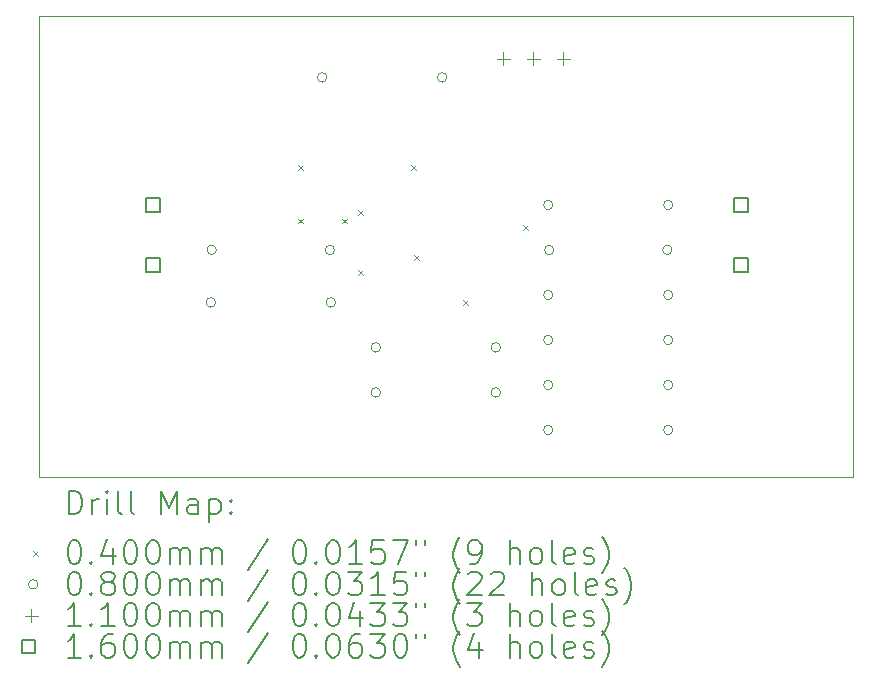
<source format=gbr>
%TF.GenerationSoftware,KiCad,Pcbnew,8.0.0*%
%TF.CreationDate,2024-03-03T11:25:23+11:00*%
%TF.ProjectId,BatteryCharger,42617474-6572-4794-9368-61726765722e,rev?*%
%TF.SameCoordinates,Original*%
%TF.FileFunction,Drillmap*%
%TF.FilePolarity,Positive*%
%FSLAX45Y45*%
G04 Gerber Fmt 4.5, Leading zero omitted, Abs format (unit mm)*
G04 Created by KiCad (PCBNEW 8.0.0) date 2024-03-03 11:25:23*
%MOMM*%
%LPD*%
G01*
G04 APERTURE LIST*
%ADD10C,0.100000*%
%ADD11C,0.200000*%
%ADD12C,0.110000*%
%ADD13C,0.160000*%
G04 APERTURE END LIST*
D10*
X9400000Y-8500000D02*
X16300000Y-8500000D01*
X16300000Y-12400000D01*
X9400000Y-12400000D01*
X9400000Y-8500000D01*
D11*
D10*
X11600500Y-9759000D02*
X11640500Y-9799000D01*
X11640500Y-9759000D02*
X11600500Y-9799000D01*
X11600500Y-10212500D02*
X11640500Y-10252500D01*
X11640500Y-10212500D02*
X11600500Y-10252500D01*
X11972500Y-10212500D02*
X12012500Y-10252500D01*
X12012500Y-10212500D02*
X11972500Y-10252500D01*
X12108500Y-10140000D02*
X12148500Y-10180000D01*
X12148500Y-10140000D02*
X12108500Y-10180000D01*
X12108500Y-10648000D02*
X12148500Y-10688000D01*
X12148500Y-10648000D02*
X12108500Y-10688000D01*
X12553000Y-9759000D02*
X12593000Y-9799000D01*
X12593000Y-9759000D02*
X12553000Y-9799000D01*
X12580000Y-10521000D02*
X12620000Y-10561000D01*
X12620000Y-10521000D02*
X12580000Y-10561000D01*
X12997500Y-10902000D02*
X13037500Y-10942000D01*
X13037500Y-10902000D02*
X12997500Y-10942000D01*
X13505500Y-10267000D02*
X13545500Y-10307000D01*
X13545500Y-10267000D02*
X13505500Y-10307000D01*
X10898500Y-10922000D02*
G75*
G02*
X10818500Y-10922000I-40000J0D01*
G01*
X10818500Y-10922000D02*
G75*
G02*
X10898500Y-10922000I40000J0D01*
G01*
X10906500Y-10477500D02*
G75*
G02*
X10826500Y-10477500I-40000J0D01*
G01*
X10826500Y-10477500D02*
G75*
G02*
X10906500Y-10477500I40000J0D01*
G01*
X11841500Y-9017000D02*
G75*
G02*
X11761500Y-9017000I-40000J0D01*
G01*
X11761500Y-9017000D02*
G75*
G02*
X11841500Y-9017000I40000J0D01*
G01*
X11906500Y-10477500D02*
G75*
G02*
X11826500Y-10477500I-40000J0D01*
G01*
X11826500Y-10477500D02*
G75*
G02*
X11906500Y-10477500I40000J0D01*
G01*
X11914500Y-10922000D02*
G75*
G02*
X11834500Y-10922000I-40000J0D01*
G01*
X11834500Y-10922000D02*
G75*
G02*
X11914500Y-10922000I40000J0D01*
G01*
X12295500Y-11303000D02*
G75*
G02*
X12215500Y-11303000I-40000J0D01*
G01*
X12215500Y-11303000D02*
G75*
G02*
X12295500Y-11303000I40000J0D01*
G01*
X12295500Y-11684000D02*
G75*
G02*
X12215500Y-11684000I-40000J0D01*
G01*
X12215500Y-11684000D02*
G75*
G02*
X12295500Y-11684000I40000J0D01*
G01*
X12857500Y-9017000D02*
G75*
G02*
X12777500Y-9017000I-40000J0D01*
G01*
X12777500Y-9017000D02*
G75*
G02*
X12857500Y-9017000I40000J0D01*
G01*
X13311500Y-11303000D02*
G75*
G02*
X13231500Y-11303000I-40000J0D01*
G01*
X13231500Y-11303000D02*
G75*
G02*
X13311500Y-11303000I40000J0D01*
G01*
X13311500Y-11684000D02*
G75*
G02*
X13231500Y-11684000I-40000J0D01*
G01*
X13231500Y-11684000D02*
G75*
G02*
X13311500Y-11684000I40000J0D01*
G01*
X13756000Y-10096500D02*
G75*
G02*
X13676000Y-10096500I-40000J0D01*
G01*
X13676000Y-10096500D02*
G75*
G02*
X13756000Y-10096500I40000J0D01*
G01*
X13756000Y-10858500D02*
G75*
G02*
X13676000Y-10858500I-40000J0D01*
G01*
X13676000Y-10858500D02*
G75*
G02*
X13756000Y-10858500I40000J0D01*
G01*
X13756000Y-11239500D02*
G75*
G02*
X13676000Y-11239500I-40000J0D01*
G01*
X13676000Y-11239500D02*
G75*
G02*
X13756000Y-11239500I40000J0D01*
G01*
X13756000Y-11620500D02*
G75*
G02*
X13676000Y-11620500I-40000J0D01*
G01*
X13676000Y-11620500D02*
G75*
G02*
X13756000Y-11620500I40000J0D01*
G01*
X13756000Y-12001500D02*
G75*
G02*
X13676000Y-12001500I-40000J0D01*
G01*
X13676000Y-12001500D02*
G75*
G02*
X13756000Y-12001500I40000J0D01*
G01*
X13764000Y-10477500D02*
G75*
G02*
X13684000Y-10477500I-40000J0D01*
G01*
X13684000Y-10477500D02*
G75*
G02*
X13764000Y-10477500I40000J0D01*
G01*
X14764000Y-10477500D02*
G75*
G02*
X14684000Y-10477500I-40000J0D01*
G01*
X14684000Y-10477500D02*
G75*
G02*
X14764000Y-10477500I40000J0D01*
G01*
X14772000Y-10096500D02*
G75*
G02*
X14692000Y-10096500I-40000J0D01*
G01*
X14692000Y-10096500D02*
G75*
G02*
X14772000Y-10096500I40000J0D01*
G01*
X14772000Y-10858500D02*
G75*
G02*
X14692000Y-10858500I-40000J0D01*
G01*
X14692000Y-10858500D02*
G75*
G02*
X14772000Y-10858500I40000J0D01*
G01*
X14772000Y-11239500D02*
G75*
G02*
X14692000Y-11239500I-40000J0D01*
G01*
X14692000Y-11239500D02*
G75*
G02*
X14772000Y-11239500I40000J0D01*
G01*
X14772000Y-11620500D02*
G75*
G02*
X14692000Y-11620500I-40000J0D01*
G01*
X14692000Y-11620500D02*
G75*
G02*
X14772000Y-11620500I40000J0D01*
G01*
X14772000Y-12001500D02*
G75*
G02*
X14692000Y-12001500I-40000J0D01*
G01*
X14692000Y-12001500D02*
G75*
G02*
X14772000Y-12001500I40000J0D01*
G01*
D12*
X13335000Y-8802500D02*
X13335000Y-8912500D01*
X13280000Y-8857500D02*
X13390000Y-8857500D01*
X13589000Y-8802500D02*
X13589000Y-8912500D01*
X13534000Y-8857500D02*
X13644000Y-8857500D01*
X13843000Y-8802500D02*
X13843000Y-8912500D01*
X13788000Y-8857500D02*
X13898000Y-8857500D01*
D13*
X10426069Y-10153069D02*
X10426069Y-10039931D01*
X10312931Y-10039931D01*
X10312931Y-10153069D01*
X10426069Y-10153069D01*
X10426069Y-10661069D02*
X10426069Y-10547931D01*
X10312931Y-10547931D01*
X10312931Y-10661069D01*
X10426069Y-10661069D01*
X15404569Y-10153069D02*
X15404569Y-10039931D01*
X15291431Y-10039931D01*
X15291431Y-10153069D01*
X15404569Y-10153069D01*
X15404569Y-10661069D02*
X15404569Y-10547931D01*
X15291431Y-10547931D01*
X15291431Y-10661069D01*
X15404569Y-10661069D01*
D11*
X9655777Y-12716484D02*
X9655777Y-12516484D01*
X9655777Y-12516484D02*
X9703396Y-12516484D01*
X9703396Y-12516484D02*
X9731967Y-12526008D01*
X9731967Y-12526008D02*
X9751015Y-12545055D01*
X9751015Y-12545055D02*
X9760539Y-12564103D01*
X9760539Y-12564103D02*
X9770063Y-12602198D01*
X9770063Y-12602198D02*
X9770063Y-12630769D01*
X9770063Y-12630769D02*
X9760539Y-12668865D01*
X9760539Y-12668865D02*
X9751015Y-12687912D01*
X9751015Y-12687912D02*
X9731967Y-12706960D01*
X9731967Y-12706960D02*
X9703396Y-12716484D01*
X9703396Y-12716484D02*
X9655777Y-12716484D01*
X9855777Y-12716484D02*
X9855777Y-12583150D01*
X9855777Y-12621246D02*
X9865301Y-12602198D01*
X9865301Y-12602198D02*
X9874824Y-12592674D01*
X9874824Y-12592674D02*
X9893872Y-12583150D01*
X9893872Y-12583150D02*
X9912920Y-12583150D01*
X9979586Y-12716484D02*
X9979586Y-12583150D01*
X9979586Y-12516484D02*
X9970063Y-12526008D01*
X9970063Y-12526008D02*
X9979586Y-12535531D01*
X9979586Y-12535531D02*
X9989110Y-12526008D01*
X9989110Y-12526008D02*
X9979586Y-12516484D01*
X9979586Y-12516484D02*
X9979586Y-12535531D01*
X10103396Y-12716484D02*
X10084348Y-12706960D01*
X10084348Y-12706960D02*
X10074824Y-12687912D01*
X10074824Y-12687912D02*
X10074824Y-12516484D01*
X10208158Y-12716484D02*
X10189110Y-12706960D01*
X10189110Y-12706960D02*
X10179586Y-12687912D01*
X10179586Y-12687912D02*
X10179586Y-12516484D01*
X10436729Y-12716484D02*
X10436729Y-12516484D01*
X10436729Y-12516484D02*
X10503396Y-12659341D01*
X10503396Y-12659341D02*
X10570063Y-12516484D01*
X10570063Y-12516484D02*
X10570063Y-12716484D01*
X10751015Y-12716484D02*
X10751015Y-12611722D01*
X10751015Y-12611722D02*
X10741491Y-12592674D01*
X10741491Y-12592674D02*
X10722444Y-12583150D01*
X10722444Y-12583150D02*
X10684348Y-12583150D01*
X10684348Y-12583150D02*
X10665301Y-12592674D01*
X10751015Y-12706960D02*
X10731967Y-12716484D01*
X10731967Y-12716484D02*
X10684348Y-12716484D01*
X10684348Y-12716484D02*
X10665301Y-12706960D01*
X10665301Y-12706960D02*
X10655777Y-12687912D01*
X10655777Y-12687912D02*
X10655777Y-12668865D01*
X10655777Y-12668865D02*
X10665301Y-12649817D01*
X10665301Y-12649817D02*
X10684348Y-12640293D01*
X10684348Y-12640293D02*
X10731967Y-12640293D01*
X10731967Y-12640293D02*
X10751015Y-12630769D01*
X10846253Y-12583150D02*
X10846253Y-12783150D01*
X10846253Y-12592674D02*
X10865301Y-12583150D01*
X10865301Y-12583150D02*
X10903396Y-12583150D01*
X10903396Y-12583150D02*
X10922444Y-12592674D01*
X10922444Y-12592674D02*
X10931967Y-12602198D01*
X10931967Y-12602198D02*
X10941491Y-12621246D01*
X10941491Y-12621246D02*
X10941491Y-12678388D01*
X10941491Y-12678388D02*
X10931967Y-12697436D01*
X10931967Y-12697436D02*
X10922444Y-12706960D01*
X10922444Y-12706960D02*
X10903396Y-12716484D01*
X10903396Y-12716484D02*
X10865301Y-12716484D01*
X10865301Y-12716484D02*
X10846253Y-12706960D01*
X11027205Y-12697436D02*
X11036729Y-12706960D01*
X11036729Y-12706960D02*
X11027205Y-12716484D01*
X11027205Y-12716484D02*
X11017682Y-12706960D01*
X11017682Y-12706960D02*
X11027205Y-12697436D01*
X11027205Y-12697436D02*
X11027205Y-12716484D01*
X11027205Y-12592674D02*
X11036729Y-12602198D01*
X11036729Y-12602198D02*
X11027205Y-12611722D01*
X11027205Y-12611722D02*
X11017682Y-12602198D01*
X11017682Y-12602198D02*
X11027205Y-12592674D01*
X11027205Y-12592674D02*
X11027205Y-12611722D01*
D10*
X9355000Y-13025000D02*
X9395000Y-13065000D01*
X9395000Y-13025000D02*
X9355000Y-13065000D01*
D11*
X9693872Y-12936484D02*
X9712920Y-12936484D01*
X9712920Y-12936484D02*
X9731967Y-12946008D01*
X9731967Y-12946008D02*
X9741491Y-12955531D01*
X9741491Y-12955531D02*
X9751015Y-12974579D01*
X9751015Y-12974579D02*
X9760539Y-13012674D01*
X9760539Y-13012674D02*
X9760539Y-13060293D01*
X9760539Y-13060293D02*
X9751015Y-13098388D01*
X9751015Y-13098388D02*
X9741491Y-13117436D01*
X9741491Y-13117436D02*
X9731967Y-13126960D01*
X9731967Y-13126960D02*
X9712920Y-13136484D01*
X9712920Y-13136484D02*
X9693872Y-13136484D01*
X9693872Y-13136484D02*
X9674824Y-13126960D01*
X9674824Y-13126960D02*
X9665301Y-13117436D01*
X9665301Y-13117436D02*
X9655777Y-13098388D01*
X9655777Y-13098388D02*
X9646253Y-13060293D01*
X9646253Y-13060293D02*
X9646253Y-13012674D01*
X9646253Y-13012674D02*
X9655777Y-12974579D01*
X9655777Y-12974579D02*
X9665301Y-12955531D01*
X9665301Y-12955531D02*
X9674824Y-12946008D01*
X9674824Y-12946008D02*
X9693872Y-12936484D01*
X9846253Y-13117436D02*
X9855777Y-13126960D01*
X9855777Y-13126960D02*
X9846253Y-13136484D01*
X9846253Y-13136484D02*
X9836729Y-13126960D01*
X9836729Y-13126960D02*
X9846253Y-13117436D01*
X9846253Y-13117436D02*
X9846253Y-13136484D01*
X10027205Y-13003150D02*
X10027205Y-13136484D01*
X9979586Y-12926960D02*
X9931967Y-13069817D01*
X9931967Y-13069817D02*
X10055777Y-13069817D01*
X10170063Y-12936484D02*
X10189110Y-12936484D01*
X10189110Y-12936484D02*
X10208158Y-12946008D01*
X10208158Y-12946008D02*
X10217682Y-12955531D01*
X10217682Y-12955531D02*
X10227205Y-12974579D01*
X10227205Y-12974579D02*
X10236729Y-13012674D01*
X10236729Y-13012674D02*
X10236729Y-13060293D01*
X10236729Y-13060293D02*
X10227205Y-13098388D01*
X10227205Y-13098388D02*
X10217682Y-13117436D01*
X10217682Y-13117436D02*
X10208158Y-13126960D01*
X10208158Y-13126960D02*
X10189110Y-13136484D01*
X10189110Y-13136484D02*
X10170063Y-13136484D01*
X10170063Y-13136484D02*
X10151015Y-13126960D01*
X10151015Y-13126960D02*
X10141491Y-13117436D01*
X10141491Y-13117436D02*
X10131967Y-13098388D01*
X10131967Y-13098388D02*
X10122444Y-13060293D01*
X10122444Y-13060293D02*
X10122444Y-13012674D01*
X10122444Y-13012674D02*
X10131967Y-12974579D01*
X10131967Y-12974579D02*
X10141491Y-12955531D01*
X10141491Y-12955531D02*
X10151015Y-12946008D01*
X10151015Y-12946008D02*
X10170063Y-12936484D01*
X10360539Y-12936484D02*
X10379586Y-12936484D01*
X10379586Y-12936484D02*
X10398634Y-12946008D01*
X10398634Y-12946008D02*
X10408158Y-12955531D01*
X10408158Y-12955531D02*
X10417682Y-12974579D01*
X10417682Y-12974579D02*
X10427205Y-13012674D01*
X10427205Y-13012674D02*
X10427205Y-13060293D01*
X10427205Y-13060293D02*
X10417682Y-13098388D01*
X10417682Y-13098388D02*
X10408158Y-13117436D01*
X10408158Y-13117436D02*
X10398634Y-13126960D01*
X10398634Y-13126960D02*
X10379586Y-13136484D01*
X10379586Y-13136484D02*
X10360539Y-13136484D01*
X10360539Y-13136484D02*
X10341491Y-13126960D01*
X10341491Y-13126960D02*
X10331967Y-13117436D01*
X10331967Y-13117436D02*
X10322444Y-13098388D01*
X10322444Y-13098388D02*
X10312920Y-13060293D01*
X10312920Y-13060293D02*
X10312920Y-13012674D01*
X10312920Y-13012674D02*
X10322444Y-12974579D01*
X10322444Y-12974579D02*
X10331967Y-12955531D01*
X10331967Y-12955531D02*
X10341491Y-12946008D01*
X10341491Y-12946008D02*
X10360539Y-12936484D01*
X10512920Y-13136484D02*
X10512920Y-13003150D01*
X10512920Y-13022198D02*
X10522444Y-13012674D01*
X10522444Y-13012674D02*
X10541491Y-13003150D01*
X10541491Y-13003150D02*
X10570063Y-13003150D01*
X10570063Y-13003150D02*
X10589110Y-13012674D01*
X10589110Y-13012674D02*
X10598634Y-13031722D01*
X10598634Y-13031722D02*
X10598634Y-13136484D01*
X10598634Y-13031722D02*
X10608158Y-13012674D01*
X10608158Y-13012674D02*
X10627205Y-13003150D01*
X10627205Y-13003150D02*
X10655777Y-13003150D01*
X10655777Y-13003150D02*
X10674825Y-13012674D01*
X10674825Y-13012674D02*
X10684348Y-13031722D01*
X10684348Y-13031722D02*
X10684348Y-13136484D01*
X10779586Y-13136484D02*
X10779586Y-13003150D01*
X10779586Y-13022198D02*
X10789110Y-13012674D01*
X10789110Y-13012674D02*
X10808158Y-13003150D01*
X10808158Y-13003150D02*
X10836729Y-13003150D01*
X10836729Y-13003150D02*
X10855777Y-13012674D01*
X10855777Y-13012674D02*
X10865301Y-13031722D01*
X10865301Y-13031722D02*
X10865301Y-13136484D01*
X10865301Y-13031722D02*
X10874825Y-13012674D01*
X10874825Y-13012674D02*
X10893872Y-13003150D01*
X10893872Y-13003150D02*
X10922444Y-13003150D01*
X10922444Y-13003150D02*
X10941491Y-13012674D01*
X10941491Y-13012674D02*
X10951015Y-13031722D01*
X10951015Y-13031722D02*
X10951015Y-13136484D01*
X11341491Y-12926960D02*
X11170063Y-13184103D01*
X11598634Y-12936484D02*
X11617682Y-12936484D01*
X11617682Y-12936484D02*
X11636729Y-12946008D01*
X11636729Y-12946008D02*
X11646253Y-12955531D01*
X11646253Y-12955531D02*
X11655777Y-12974579D01*
X11655777Y-12974579D02*
X11665301Y-13012674D01*
X11665301Y-13012674D02*
X11665301Y-13060293D01*
X11665301Y-13060293D02*
X11655777Y-13098388D01*
X11655777Y-13098388D02*
X11646253Y-13117436D01*
X11646253Y-13117436D02*
X11636729Y-13126960D01*
X11636729Y-13126960D02*
X11617682Y-13136484D01*
X11617682Y-13136484D02*
X11598634Y-13136484D01*
X11598634Y-13136484D02*
X11579586Y-13126960D01*
X11579586Y-13126960D02*
X11570063Y-13117436D01*
X11570063Y-13117436D02*
X11560539Y-13098388D01*
X11560539Y-13098388D02*
X11551015Y-13060293D01*
X11551015Y-13060293D02*
X11551015Y-13012674D01*
X11551015Y-13012674D02*
X11560539Y-12974579D01*
X11560539Y-12974579D02*
X11570063Y-12955531D01*
X11570063Y-12955531D02*
X11579586Y-12946008D01*
X11579586Y-12946008D02*
X11598634Y-12936484D01*
X11751015Y-13117436D02*
X11760539Y-13126960D01*
X11760539Y-13126960D02*
X11751015Y-13136484D01*
X11751015Y-13136484D02*
X11741491Y-13126960D01*
X11741491Y-13126960D02*
X11751015Y-13117436D01*
X11751015Y-13117436D02*
X11751015Y-13136484D01*
X11884348Y-12936484D02*
X11903396Y-12936484D01*
X11903396Y-12936484D02*
X11922444Y-12946008D01*
X11922444Y-12946008D02*
X11931967Y-12955531D01*
X11931967Y-12955531D02*
X11941491Y-12974579D01*
X11941491Y-12974579D02*
X11951015Y-13012674D01*
X11951015Y-13012674D02*
X11951015Y-13060293D01*
X11951015Y-13060293D02*
X11941491Y-13098388D01*
X11941491Y-13098388D02*
X11931967Y-13117436D01*
X11931967Y-13117436D02*
X11922444Y-13126960D01*
X11922444Y-13126960D02*
X11903396Y-13136484D01*
X11903396Y-13136484D02*
X11884348Y-13136484D01*
X11884348Y-13136484D02*
X11865301Y-13126960D01*
X11865301Y-13126960D02*
X11855777Y-13117436D01*
X11855777Y-13117436D02*
X11846253Y-13098388D01*
X11846253Y-13098388D02*
X11836729Y-13060293D01*
X11836729Y-13060293D02*
X11836729Y-13012674D01*
X11836729Y-13012674D02*
X11846253Y-12974579D01*
X11846253Y-12974579D02*
X11855777Y-12955531D01*
X11855777Y-12955531D02*
X11865301Y-12946008D01*
X11865301Y-12946008D02*
X11884348Y-12936484D01*
X12141491Y-13136484D02*
X12027206Y-13136484D01*
X12084348Y-13136484D02*
X12084348Y-12936484D01*
X12084348Y-12936484D02*
X12065301Y-12965055D01*
X12065301Y-12965055D02*
X12046253Y-12984103D01*
X12046253Y-12984103D02*
X12027206Y-12993627D01*
X12322444Y-12936484D02*
X12227206Y-12936484D01*
X12227206Y-12936484D02*
X12217682Y-13031722D01*
X12217682Y-13031722D02*
X12227206Y-13022198D01*
X12227206Y-13022198D02*
X12246253Y-13012674D01*
X12246253Y-13012674D02*
X12293872Y-13012674D01*
X12293872Y-13012674D02*
X12312920Y-13022198D01*
X12312920Y-13022198D02*
X12322444Y-13031722D01*
X12322444Y-13031722D02*
X12331967Y-13050769D01*
X12331967Y-13050769D02*
X12331967Y-13098388D01*
X12331967Y-13098388D02*
X12322444Y-13117436D01*
X12322444Y-13117436D02*
X12312920Y-13126960D01*
X12312920Y-13126960D02*
X12293872Y-13136484D01*
X12293872Y-13136484D02*
X12246253Y-13136484D01*
X12246253Y-13136484D02*
X12227206Y-13126960D01*
X12227206Y-13126960D02*
X12217682Y-13117436D01*
X12398634Y-12936484D02*
X12531967Y-12936484D01*
X12531967Y-12936484D02*
X12446253Y-13136484D01*
X12598634Y-12936484D02*
X12598634Y-12974579D01*
X12674825Y-12936484D02*
X12674825Y-12974579D01*
X12970063Y-13212674D02*
X12960539Y-13203150D01*
X12960539Y-13203150D02*
X12941491Y-13174579D01*
X12941491Y-13174579D02*
X12931968Y-13155531D01*
X12931968Y-13155531D02*
X12922444Y-13126960D01*
X12922444Y-13126960D02*
X12912920Y-13079341D01*
X12912920Y-13079341D02*
X12912920Y-13041246D01*
X12912920Y-13041246D02*
X12922444Y-12993627D01*
X12922444Y-12993627D02*
X12931968Y-12965055D01*
X12931968Y-12965055D02*
X12941491Y-12946008D01*
X12941491Y-12946008D02*
X12960539Y-12917436D01*
X12960539Y-12917436D02*
X12970063Y-12907912D01*
X13055777Y-13136484D02*
X13093872Y-13136484D01*
X13093872Y-13136484D02*
X13112920Y-13126960D01*
X13112920Y-13126960D02*
X13122444Y-13117436D01*
X13122444Y-13117436D02*
X13141491Y-13088865D01*
X13141491Y-13088865D02*
X13151015Y-13050769D01*
X13151015Y-13050769D02*
X13151015Y-12974579D01*
X13151015Y-12974579D02*
X13141491Y-12955531D01*
X13141491Y-12955531D02*
X13131968Y-12946008D01*
X13131968Y-12946008D02*
X13112920Y-12936484D01*
X13112920Y-12936484D02*
X13074825Y-12936484D01*
X13074825Y-12936484D02*
X13055777Y-12946008D01*
X13055777Y-12946008D02*
X13046253Y-12955531D01*
X13046253Y-12955531D02*
X13036729Y-12974579D01*
X13036729Y-12974579D02*
X13036729Y-13022198D01*
X13036729Y-13022198D02*
X13046253Y-13041246D01*
X13046253Y-13041246D02*
X13055777Y-13050769D01*
X13055777Y-13050769D02*
X13074825Y-13060293D01*
X13074825Y-13060293D02*
X13112920Y-13060293D01*
X13112920Y-13060293D02*
X13131968Y-13050769D01*
X13131968Y-13050769D02*
X13141491Y-13041246D01*
X13141491Y-13041246D02*
X13151015Y-13022198D01*
X13389110Y-13136484D02*
X13389110Y-12936484D01*
X13474825Y-13136484D02*
X13474825Y-13031722D01*
X13474825Y-13031722D02*
X13465301Y-13012674D01*
X13465301Y-13012674D02*
X13446253Y-13003150D01*
X13446253Y-13003150D02*
X13417682Y-13003150D01*
X13417682Y-13003150D02*
X13398634Y-13012674D01*
X13398634Y-13012674D02*
X13389110Y-13022198D01*
X13598634Y-13136484D02*
X13579587Y-13126960D01*
X13579587Y-13126960D02*
X13570063Y-13117436D01*
X13570063Y-13117436D02*
X13560539Y-13098388D01*
X13560539Y-13098388D02*
X13560539Y-13041246D01*
X13560539Y-13041246D02*
X13570063Y-13022198D01*
X13570063Y-13022198D02*
X13579587Y-13012674D01*
X13579587Y-13012674D02*
X13598634Y-13003150D01*
X13598634Y-13003150D02*
X13627206Y-13003150D01*
X13627206Y-13003150D02*
X13646253Y-13012674D01*
X13646253Y-13012674D02*
X13655777Y-13022198D01*
X13655777Y-13022198D02*
X13665301Y-13041246D01*
X13665301Y-13041246D02*
X13665301Y-13098388D01*
X13665301Y-13098388D02*
X13655777Y-13117436D01*
X13655777Y-13117436D02*
X13646253Y-13126960D01*
X13646253Y-13126960D02*
X13627206Y-13136484D01*
X13627206Y-13136484D02*
X13598634Y-13136484D01*
X13779587Y-13136484D02*
X13760539Y-13126960D01*
X13760539Y-13126960D02*
X13751015Y-13107912D01*
X13751015Y-13107912D02*
X13751015Y-12936484D01*
X13931968Y-13126960D02*
X13912920Y-13136484D01*
X13912920Y-13136484D02*
X13874825Y-13136484D01*
X13874825Y-13136484D02*
X13855777Y-13126960D01*
X13855777Y-13126960D02*
X13846253Y-13107912D01*
X13846253Y-13107912D02*
X13846253Y-13031722D01*
X13846253Y-13031722D02*
X13855777Y-13012674D01*
X13855777Y-13012674D02*
X13874825Y-13003150D01*
X13874825Y-13003150D02*
X13912920Y-13003150D01*
X13912920Y-13003150D02*
X13931968Y-13012674D01*
X13931968Y-13012674D02*
X13941491Y-13031722D01*
X13941491Y-13031722D02*
X13941491Y-13050769D01*
X13941491Y-13050769D02*
X13846253Y-13069817D01*
X14017682Y-13126960D02*
X14036730Y-13136484D01*
X14036730Y-13136484D02*
X14074825Y-13136484D01*
X14074825Y-13136484D02*
X14093872Y-13126960D01*
X14093872Y-13126960D02*
X14103396Y-13107912D01*
X14103396Y-13107912D02*
X14103396Y-13098388D01*
X14103396Y-13098388D02*
X14093872Y-13079341D01*
X14093872Y-13079341D02*
X14074825Y-13069817D01*
X14074825Y-13069817D02*
X14046253Y-13069817D01*
X14046253Y-13069817D02*
X14027206Y-13060293D01*
X14027206Y-13060293D02*
X14017682Y-13041246D01*
X14017682Y-13041246D02*
X14017682Y-13031722D01*
X14017682Y-13031722D02*
X14027206Y-13012674D01*
X14027206Y-13012674D02*
X14046253Y-13003150D01*
X14046253Y-13003150D02*
X14074825Y-13003150D01*
X14074825Y-13003150D02*
X14093872Y-13012674D01*
X14170063Y-13212674D02*
X14179587Y-13203150D01*
X14179587Y-13203150D02*
X14198634Y-13174579D01*
X14198634Y-13174579D02*
X14208158Y-13155531D01*
X14208158Y-13155531D02*
X14217682Y-13126960D01*
X14217682Y-13126960D02*
X14227206Y-13079341D01*
X14227206Y-13079341D02*
X14227206Y-13041246D01*
X14227206Y-13041246D02*
X14217682Y-12993627D01*
X14217682Y-12993627D02*
X14208158Y-12965055D01*
X14208158Y-12965055D02*
X14198634Y-12946008D01*
X14198634Y-12946008D02*
X14179587Y-12917436D01*
X14179587Y-12917436D02*
X14170063Y-12907912D01*
D10*
X9395000Y-13309000D02*
G75*
G02*
X9315000Y-13309000I-40000J0D01*
G01*
X9315000Y-13309000D02*
G75*
G02*
X9395000Y-13309000I40000J0D01*
G01*
D11*
X9693872Y-13200484D02*
X9712920Y-13200484D01*
X9712920Y-13200484D02*
X9731967Y-13210008D01*
X9731967Y-13210008D02*
X9741491Y-13219531D01*
X9741491Y-13219531D02*
X9751015Y-13238579D01*
X9751015Y-13238579D02*
X9760539Y-13276674D01*
X9760539Y-13276674D02*
X9760539Y-13324293D01*
X9760539Y-13324293D02*
X9751015Y-13362388D01*
X9751015Y-13362388D02*
X9741491Y-13381436D01*
X9741491Y-13381436D02*
X9731967Y-13390960D01*
X9731967Y-13390960D02*
X9712920Y-13400484D01*
X9712920Y-13400484D02*
X9693872Y-13400484D01*
X9693872Y-13400484D02*
X9674824Y-13390960D01*
X9674824Y-13390960D02*
X9665301Y-13381436D01*
X9665301Y-13381436D02*
X9655777Y-13362388D01*
X9655777Y-13362388D02*
X9646253Y-13324293D01*
X9646253Y-13324293D02*
X9646253Y-13276674D01*
X9646253Y-13276674D02*
X9655777Y-13238579D01*
X9655777Y-13238579D02*
X9665301Y-13219531D01*
X9665301Y-13219531D02*
X9674824Y-13210008D01*
X9674824Y-13210008D02*
X9693872Y-13200484D01*
X9846253Y-13381436D02*
X9855777Y-13390960D01*
X9855777Y-13390960D02*
X9846253Y-13400484D01*
X9846253Y-13400484D02*
X9836729Y-13390960D01*
X9836729Y-13390960D02*
X9846253Y-13381436D01*
X9846253Y-13381436D02*
X9846253Y-13400484D01*
X9970063Y-13286198D02*
X9951015Y-13276674D01*
X9951015Y-13276674D02*
X9941491Y-13267150D01*
X9941491Y-13267150D02*
X9931967Y-13248103D01*
X9931967Y-13248103D02*
X9931967Y-13238579D01*
X9931967Y-13238579D02*
X9941491Y-13219531D01*
X9941491Y-13219531D02*
X9951015Y-13210008D01*
X9951015Y-13210008D02*
X9970063Y-13200484D01*
X9970063Y-13200484D02*
X10008158Y-13200484D01*
X10008158Y-13200484D02*
X10027205Y-13210008D01*
X10027205Y-13210008D02*
X10036729Y-13219531D01*
X10036729Y-13219531D02*
X10046253Y-13238579D01*
X10046253Y-13238579D02*
X10046253Y-13248103D01*
X10046253Y-13248103D02*
X10036729Y-13267150D01*
X10036729Y-13267150D02*
X10027205Y-13276674D01*
X10027205Y-13276674D02*
X10008158Y-13286198D01*
X10008158Y-13286198D02*
X9970063Y-13286198D01*
X9970063Y-13286198D02*
X9951015Y-13295722D01*
X9951015Y-13295722D02*
X9941491Y-13305246D01*
X9941491Y-13305246D02*
X9931967Y-13324293D01*
X9931967Y-13324293D02*
X9931967Y-13362388D01*
X9931967Y-13362388D02*
X9941491Y-13381436D01*
X9941491Y-13381436D02*
X9951015Y-13390960D01*
X9951015Y-13390960D02*
X9970063Y-13400484D01*
X9970063Y-13400484D02*
X10008158Y-13400484D01*
X10008158Y-13400484D02*
X10027205Y-13390960D01*
X10027205Y-13390960D02*
X10036729Y-13381436D01*
X10036729Y-13381436D02*
X10046253Y-13362388D01*
X10046253Y-13362388D02*
X10046253Y-13324293D01*
X10046253Y-13324293D02*
X10036729Y-13305246D01*
X10036729Y-13305246D02*
X10027205Y-13295722D01*
X10027205Y-13295722D02*
X10008158Y-13286198D01*
X10170063Y-13200484D02*
X10189110Y-13200484D01*
X10189110Y-13200484D02*
X10208158Y-13210008D01*
X10208158Y-13210008D02*
X10217682Y-13219531D01*
X10217682Y-13219531D02*
X10227205Y-13238579D01*
X10227205Y-13238579D02*
X10236729Y-13276674D01*
X10236729Y-13276674D02*
X10236729Y-13324293D01*
X10236729Y-13324293D02*
X10227205Y-13362388D01*
X10227205Y-13362388D02*
X10217682Y-13381436D01*
X10217682Y-13381436D02*
X10208158Y-13390960D01*
X10208158Y-13390960D02*
X10189110Y-13400484D01*
X10189110Y-13400484D02*
X10170063Y-13400484D01*
X10170063Y-13400484D02*
X10151015Y-13390960D01*
X10151015Y-13390960D02*
X10141491Y-13381436D01*
X10141491Y-13381436D02*
X10131967Y-13362388D01*
X10131967Y-13362388D02*
X10122444Y-13324293D01*
X10122444Y-13324293D02*
X10122444Y-13276674D01*
X10122444Y-13276674D02*
X10131967Y-13238579D01*
X10131967Y-13238579D02*
X10141491Y-13219531D01*
X10141491Y-13219531D02*
X10151015Y-13210008D01*
X10151015Y-13210008D02*
X10170063Y-13200484D01*
X10360539Y-13200484D02*
X10379586Y-13200484D01*
X10379586Y-13200484D02*
X10398634Y-13210008D01*
X10398634Y-13210008D02*
X10408158Y-13219531D01*
X10408158Y-13219531D02*
X10417682Y-13238579D01*
X10417682Y-13238579D02*
X10427205Y-13276674D01*
X10427205Y-13276674D02*
X10427205Y-13324293D01*
X10427205Y-13324293D02*
X10417682Y-13362388D01*
X10417682Y-13362388D02*
X10408158Y-13381436D01*
X10408158Y-13381436D02*
X10398634Y-13390960D01*
X10398634Y-13390960D02*
X10379586Y-13400484D01*
X10379586Y-13400484D02*
X10360539Y-13400484D01*
X10360539Y-13400484D02*
X10341491Y-13390960D01*
X10341491Y-13390960D02*
X10331967Y-13381436D01*
X10331967Y-13381436D02*
X10322444Y-13362388D01*
X10322444Y-13362388D02*
X10312920Y-13324293D01*
X10312920Y-13324293D02*
X10312920Y-13276674D01*
X10312920Y-13276674D02*
X10322444Y-13238579D01*
X10322444Y-13238579D02*
X10331967Y-13219531D01*
X10331967Y-13219531D02*
X10341491Y-13210008D01*
X10341491Y-13210008D02*
X10360539Y-13200484D01*
X10512920Y-13400484D02*
X10512920Y-13267150D01*
X10512920Y-13286198D02*
X10522444Y-13276674D01*
X10522444Y-13276674D02*
X10541491Y-13267150D01*
X10541491Y-13267150D02*
X10570063Y-13267150D01*
X10570063Y-13267150D02*
X10589110Y-13276674D01*
X10589110Y-13276674D02*
X10598634Y-13295722D01*
X10598634Y-13295722D02*
X10598634Y-13400484D01*
X10598634Y-13295722D02*
X10608158Y-13276674D01*
X10608158Y-13276674D02*
X10627205Y-13267150D01*
X10627205Y-13267150D02*
X10655777Y-13267150D01*
X10655777Y-13267150D02*
X10674825Y-13276674D01*
X10674825Y-13276674D02*
X10684348Y-13295722D01*
X10684348Y-13295722D02*
X10684348Y-13400484D01*
X10779586Y-13400484D02*
X10779586Y-13267150D01*
X10779586Y-13286198D02*
X10789110Y-13276674D01*
X10789110Y-13276674D02*
X10808158Y-13267150D01*
X10808158Y-13267150D02*
X10836729Y-13267150D01*
X10836729Y-13267150D02*
X10855777Y-13276674D01*
X10855777Y-13276674D02*
X10865301Y-13295722D01*
X10865301Y-13295722D02*
X10865301Y-13400484D01*
X10865301Y-13295722D02*
X10874825Y-13276674D01*
X10874825Y-13276674D02*
X10893872Y-13267150D01*
X10893872Y-13267150D02*
X10922444Y-13267150D01*
X10922444Y-13267150D02*
X10941491Y-13276674D01*
X10941491Y-13276674D02*
X10951015Y-13295722D01*
X10951015Y-13295722D02*
X10951015Y-13400484D01*
X11341491Y-13190960D02*
X11170063Y-13448103D01*
X11598634Y-13200484D02*
X11617682Y-13200484D01*
X11617682Y-13200484D02*
X11636729Y-13210008D01*
X11636729Y-13210008D02*
X11646253Y-13219531D01*
X11646253Y-13219531D02*
X11655777Y-13238579D01*
X11655777Y-13238579D02*
X11665301Y-13276674D01*
X11665301Y-13276674D02*
X11665301Y-13324293D01*
X11665301Y-13324293D02*
X11655777Y-13362388D01*
X11655777Y-13362388D02*
X11646253Y-13381436D01*
X11646253Y-13381436D02*
X11636729Y-13390960D01*
X11636729Y-13390960D02*
X11617682Y-13400484D01*
X11617682Y-13400484D02*
X11598634Y-13400484D01*
X11598634Y-13400484D02*
X11579586Y-13390960D01*
X11579586Y-13390960D02*
X11570063Y-13381436D01*
X11570063Y-13381436D02*
X11560539Y-13362388D01*
X11560539Y-13362388D02*
X11551015Y-13324293D01*
X11551015Y-13324293D02*
X11551015Y-13276674D01*
X11551015Y-13276674D02*
X11560539Y-13238579D01*
X11560539Y-13238579D02*
X11570063Y-13219531D01*
X11570063Y-13219531D02*
X11579586Y-13210008D01*
X11579586Y-13210008D02*
X11598634Y-13200484D01*
X11751015Y-13381436D02*
X11760539Y-13390960D01*
X11760539Y-13390960D02*
X11751015Y-13400484D01*
X11751015Y-13400484D02*
X11741491Y-13390960D01*
X11741491Y-13390960D02*
X11751015Y-13381436D01*
X11751015Y-13381436D02*
X11751015Y-13400484D01*
X11884348Y-13200484D02*
X11903396Y-13200484D01*
X11903396Y-13200484D02*
X11922444Y-13210008D01*
X11922444Y-13210008D02*
X11931967Y-13219531D01*
X11931967Y-13219531D02*
X11941491Y-13238579D01*
X11941491Y-13238579D02*
X11951015Y-13276674D01*
X11951015Y-13276674D02*
X11951015Y-13324293D01*
X11951015Y-13324293D02*
X11941491Y-13362388D01*
X11941491Y-13362388D02*
X11931967Y-13381436D01*
X11931967Y-13381436D02*
X11922444Y-13390960D01*
X11922444Y-13390960D02*
X11903396Y-13400484D01*
X11903396Y-13400484D02*
X11884348Y-13400484D01*
X11884348Y-13400484D02*
X11865301Y-13390960D01*
X11865301Y-13390960D02*
X11855777Y-13381436D01*
X11855777Y-13381436D02*
X11846253Y-13362388D01*
X11846253Y-13362388D02*
X11836729Y-13324293D01*
X11836729Y-13324293D02*
X11836729Y-13276674D01*
X11836729Y-13276674D02*
X11846253Y-13238579D01*
X11846253Y-13238579D02*
X11855777Y-13219531D01*
X11855777Y-13219531D02*
X11865301Y-13210008D01*
X11865301Y-13210008D02*
X11884348Y-13200484D01*
X12017682Y-13200484D02*
X12141491Y-13200484D01*
X12141491Y-13200484D02*
X12074825Y-13276674D01*
X12074825Y-13276674D02*
X12103396Y-13276674D01*
X12103396Y-13276674D02*
X12122444Y-13286198D01*
X12122444Y-13286198D02*
X12131967Y-13295722D01*
X12131967Y-13295722D02*
X12141491Y-13314769D01*
X12141491Y-13314769D02*
X12141491Y-13362388D01*
X12141491Y-13362388D02*
X12131967Y-13381436D01*
X12131967Y-13381436D02*
X12122444Y-13390960D01*
X12122444Y-13390960D02*
X12103396Y-13400484D01*
X12103396Y-13400484D02*
X12046253Y-13400484D01*
X12046253Y-13400484D02*
X12027206Y-13390960D01*
X12027206Y-13390960D02*
X12017682Y-13381436D01*
X12331967Y-13400484D02*
X12217682Y-13400484D01*
X12274825Y-13400484D02*
X12274825Y-13200484D01*
X12274825Y-13200484D02*
X12255777Y-13229055D01*
X12255777Y-13229055D02*
X12236729Y-13248103D01*
X12236729Y-13248103D02*
X12217682Y-13257627D01*
X12512920Y-13200484D02*
X12417682Y-13200484D01*
X12417682Y-13200484D02*
X12408158Y-13295722D01*
X12408158Y-13295722D02*
X12417682Y-13286198D01*
X12417682Y-13286198D02*
X12436729Y-13276674D01*
X12436729Y-13276674D02*
X12484348Y-13276674D01*
X12484348Y-13276674D02*
X12503396Y-13286198D01*
X12503396Y-13286198D02*
X12512920Y-13295722D01*
X12512920Y-13295722D02*
X12522444Y-13314769D01*
X12522444Y-13314769D02*
X12522444Y-13362388D01*
X12522444Y-13362388D02*
X12512920Y-13381436D01*
X12512920Y-13381436D02*
X12503396Y-13390960D01*
X12503396Y-13390960D02*
X12484348Y-13400484D01*
X12484348Y-13400484D02*
X12436729Y-13400484D01*
X12436729Y-13400484D02*
X12417682Y-13390960D01*
X12417682Y-13390960D02*
X12408158Y-13381436D01*
X12598634Y-13200484D02*
X12598634Y-13238579D01*
X12674825Y-13200484D02*
X12674825Y-13238579D01*
X12970063Y-13476674D02*
X12960539Y-13467150D01*
X12960539Y-13467150D02*
X12941491Y-13438579D01*
X12941491Y-13438579D02*
X12931968Y-13419531D01*
X12931968Y-13419531D02*
X12922444Y-13390960D01*
X12922444Y-13390960D02*
X12912920Y-13343341D01*
X12912920Y-13343341D02*
X12912920Y-13305246D01*
X12912920Y-13305246D02*
X12922444Y-13257627D01*
X12922444Y-13257627D02*
X12931968Y-13229055D01*
X12931968Y-13229055D02*
X12941491Y-13210008D01*
X12941491Y-13210008D02*
X12960539Y-13181436D01*
X12960539Y-13181436D02*
X12970063Y-13171912D01*
X13036729Y-13219531D02*
X13046253Y-13210008D01*
X13046253Y-13210008D02*
X13065301Y-13200484D01*
X13065301Y-13200484D02*
X13112920Y-13200484D01*
X13112920Y-13200484D02*
X13131968Y-13210008D01*
X13131968Y-13210008D02*
X13141491Y-13219531D01*
X13141491Y-13219531D02*
X13151015Y-13238579D01*
X13151015Y-13238579D02*
X13151015Y-13257627D01*
X13151015Y-13257627D02*
X13141491Y-13286198D01*
X13141491Y-13286198D02*
X13027206Y-13400484D01*
X13027206Y-13400484D02*
X13151015Y-13400484D01*
X13227206Y-13219531D02*
X13236729Y-13210008D01*
X13236729Y-13210008D02*
X13255777Y-13200484D01*
X13255777Y-13200484D02*
X13303396Y-13200484D01*
X13303396Y-13200484D02*
X13322444Y-13210008D01*
X13322444Y-13210008D02*
X13331968Y-13219531D01*
X13331968Y-13219531D02*
X13341491Y-13238579D01*
X13341491Y-13238579D02*
X13341491Y-13257627D01*
X13341491Y-13257627D02*
X13331968Y-13286198D01*
X13331968Y-13286198D02*
X13217682Y-13400484D01*
X13217682Y-13400484D02*
X13341491Y-13400484D01*
X13579587Y-13400484D02*
X13579587Y-13200484D01*
X13665301Y-13400484D02*
X13665301Y-13295722D01*
X13665301Y-13295722D02*
X13655777Y-13276674D01*
X13655777Y-13276674D02*
X13636730Y-13267150D01*
X13636730Y-13267150D02*
X13608158Y-13267150D01*
X13608158Y-13267150D02*
X13589110Y-13276674D01*
X13589110Y-13276674D02*
X13579587Y-13286198D01*
X13789110Y-13400484D02*
X13770063Y-13390960D01*
X13770063Y-13390960D02*
X13760539Y-13381436D01*
X13760539Y-13381436D02*
X13751015Y-13362388D01*
X13751015Y-13362388D02*
X13751015Y-13305246D01*
X13751015Y-13305246D02*
X13760539Y-13286198D01*
X13760539Y-13286198D02*
X13770063Y-13276674D01*
X13770063Y-13276674D02*
X13789110Y-13267150D01*
X13789110Y-13267150D02*
X13817682Y-13267150D01*
X13817682Y-13267150D02*
X13836730Y-13276674D01*
X13836730Y-13276674D02*
X13846253Y-13286198D01*
X13846253Y-13286198D02*
X13855777Y-13305246D01*
X13855777Y-13305246D02*
X13855777Y-13362388D01*
X13855777Y-13362388D02*
X13846253Y-13381436D01*
X13846253Y-13381436D02*
X13836730Y-13390960D01*
X13836730Y-13390960D02*
X13817682Y-13400484D01*
X13817682Y-13400484D02*
X13789110Y-13400484D01*
X13970063Y-13400484D02*
X13951015Y-13390960D01*
X13951015Y-13390960D02*
X13941491Y-13371912D01*
X13941491Y-13371912D02*
X13941491Y-13200484D01*
X14122444Y-13390960D02*
X14103396Y-13400484D01*
X14103396Y-13400484D02*
X14065301Y-13400484D01*
X14065301Y-13400484D02*
X14046253Y-13390960D01*
X14046253Y-13390960D02*
X14036730Y-13371912D01*
X14036730Y-13371912D02*
X14036730Y-13295722D01*
X14036730Y-13295722D02*
X14046253Y-13276674D01*
X14046253Y-13276674D02*
X14065301Y-13267150D01*
X14065301Y-13267150D02*
X14103396Y-13267150D01*
X14103396Y-13267150D02*
X14122444Y-13276674D01*
X14122444Y-13276674D02*
X14131968Y-13295722D01*
X14131968Y-13295722D02*
X14131968Y-13314769D01*
X14131968Y-13314769D02*
X14036730Y-13333817D01*
X14208158Y-13390960D02*
X14227206Y-13400484D01*
X14227206Y-13400484D02*
X14265301Y-13400484D01*
X14265301Y-13400484D02*
X14284349Y-13390960D01*
X14284349Y-13390960D02*
X14293872Y-13371912D01*
X14293872Y-13371912D02*
X14293872Y-13362388D01*
X14293872Y-13362388D02*
X14284349Y-13343341D01*
X14284349Y-13343341D02*
X14265301Y-13333817D01*
X14265301Y-13333817D02*
X14236730Y-13333817D01*
X14236730Y-13333817D02*
X14217682Y-13324293D01*
X14217682Y-13324293D02*
X14208158Y-13305246D01*
X14208158Y-13305246D02*
X14208158Y-13295722D01*
X14208158Y-13295722D02*
X14217682Y-13276674D01*
X14217682Y-13276674D02*
X14236730Y-13267150D01*
X14236730Y-13267150D02*
X14265301Y-13267150D01*
X14265301Y-13267150D02*
X14284349Y-13276674D01*
X14360539Y-13476674D02*
X14370063Y-13467150D01*
X14370063Y-13467150D02*
X14389111Y-13438579D01*
X14389111Y-13438579D02*
X14398634Y-13419531D01*
X14398634Y-13419531D02*
X14408158Y-13390960D01*
X14408158Y-13390960D02*
X14417682Y-13343341D01*
X14417682Y-13343341D02*
X14417682Y-13305246D01*
X14417682Y-13305246D02*
X14408158Y-13257627D01*
X14408158Y-13257627D02*
X14398634Y-13229055D01*
X14398634Y-13229055D02*
X14389111Y-13210008D01*
X14389111Y-13210008D02*
X14370063Y-13181436D01*
X14370063Y-13181436D02*
X14360539Y-13171912D01*
D12*
X9340000Y-13518000D02*
X9340000Y-13628000D01*
X9285000Y-13573000D02*
X9395000Y-13573000D01*
D11*
X9760539Y-13664484D02*
X9646253Y-13664484D01*
X9703396Y-13664484D02*
X9703396Y-13464484D01*
X9703396Y-13464484D02*
X9684348Y-13493055D01*
X9684348Y-13493055D02*
X9665301Y-13512103D01*
X9665301Y-13512103D02*
X9646253Y-13521627D01*
X9846253Y-13645436D02*
X9855777Y-13654960D01*
X9855777Y-13654960D02*
X9846253Y-13664484D01*
X9846253Y-13664484D02*
X9836729Y-13654960D01*
X9836729Y-13654960D02*
X9846253Y-13645436D01*
X9846253Y-13645436D02*
X9846253Y-13664484D01*
X10046253Y-13664484D02*
X9931967Y-13664484D01*
X9989110Y-13664484D02*
X9989110Y-13464484D01*
X9989110Y-13464484D02*
X9970063Y-13493055D01*
X9970063Y-13493055D02*
X9951015Y-13512103D01*
X9951015Y-13512103D02*
X9931967Y-13521627D01*
X10170063Y-13464484D02*
X10189110Y-13464484D01*
X10189110Y-13464484D02*
X10208158Y-13474008D01*
X10208158Y-13474008D02*
X10217682Y-13483531D01*
X10217682Y-13483531D02*
X10227205Y-13502579D01*
X10227205Y-13502579D02*
X10236729Y-13540674D01*
X10236729Y-13540674D02*
X10236729Y-13588293D01*
X10236729Y-13588293D02*
X10227205Y-13626388D01*
X10227205Y-13626388D02*
X10217682Y-13645436D01*
X10217682Y-13645436D02*
X10208158Y-13654960D01*
X10208158Y-13654960D02*
X10189110Y-13664484D01*
X10189110Y-13664484D02*
X10170063Y-13664484D01*
X10170063Y-13664484D02*
X10151015Y-13654960D01*
X10151015Y-13654960D02*
X10141491Y-13645436D01*
X10141491Y-13645436D02*
X10131967Y-13626388D01*
X10131967Y-13626388D02*
X10122444Y-13588293D01*
X10122444Y-13588293D02*
X10122444Y-13540674D01*
X10122444Y-13540674D02*
X10131967Y-13502579D01*
X10131967Y-13502579D02*
X10141491Y-13483531D01*
X10141491Y-13483531D02*
X10151015Y-13474008D01*
X10151015Y-13474008D02*
X10170063Y-13464484D01*
X10360539Y-13464484D02*
X10379586Y-13464484D01*
X10379586Y-13464484D02*
X10398634Y-13474008D01*
X10398634Y-13474008D02*
X10408158Y-13483531D01*
X10408158Y-13483531D02*
X10417682Y-13502579D01*
X10417682Y-13502579D02*
X10427205Y-13540674D01*
X10427205Y-13540674D02*
X10427205Y-13588293D01*
X10427205Y-13588293D02*
X10417682Y-13626388D01*
X10417682Y-13626388D02*
X10408158Y-13645436D01*
X10408158Y-13645436D02*
X10398634Y-13654960D01*
X10398634Y-13654960D02*
X10379586Y-13664484D01*
X10379586Y-13664484D02*
X10360539Y-13664484D01*
X10360539Y-13664484D02*
X10341491Y-13654960D01*
X10341491Y-13654960D02*
X10331967Y-13645436D01*
X10331967Y-13645436D02*
X10322444Y-13626388D01*
X10322444Y-13626388D02*
X10312920Y-13588293D01*
X10312920Y-13588293D02*
X10312920Y-13540674D01*
X10312920Y-13540674D02*
X10322444Y-13502579D01*
X10322444Y-13502579D02*
X10331967Y-13483531D01*
X10331967Y-13483531D02*
X10341491Y-13474008D01*
X10341491Y-13474008D02*
X10360539Y-13464484D01*
X10512920Y-13664484D02*
X10512920Y-13531150D01*
X10512920Y-13550198D02*
X10522444Y-13540674D01*
X10522444Y-13540674D02*
X10541491Y-13531150D01*
X10541491Y-13531150D02*
X10570063Y-13531150D01*
X10570063Y-13531150D02*
X10589110Y-13540674D01*
X10589110Y-13540674D02*
X10598634Y-13559722D01*
X10598634Y-13559722D02*
X10598634Y-13664484D01*
X10598634Y-13559722D02*
X10608158Y-13540674D01*
X10608158Y-13540674D02*
X10627205Y-13531150D01*
X10627205Y-13531150D02*
X10655777Y-13531150D01*
X10655777Y-13531150D02*
X10674825Y-13540674D01*
X10674825Y-13540674D02*
X10684348Y-13559722D01*
X10684348Y-13559722D02*
X10684348Y-13664484D01*
X10779586Y-13664484D02*
X10779586Y-13531150D01*
X10779586Y-13550198D02*
X10789110Y-13540674D01*
X10789110Y-13540674D02*
X10808158Y-13531150D01*
X10808158Y-13531150D02*
X10836729Y-13531150D01*
X10836729Y-13531150D02*
X10855777Y-13540674D01*
X10855777Y-13540674D02*
X10865301Y-13559722D01*
X10865301Y-13559722D02*
X10865301Y-13664484D01*
X10865301Y-13559722D02*
X10874825Y-13540674D01*
X10874825Y-13540674D02*
X10893872Y-13531150D01*
X10893872Y-13531150D02*
X10922444Y-13531150D01*
X10922444Y-13531150D02*
X10941491Y-13540674D01*
X10941491Y-13540674D02*
X10951015Y-13559722D01*
X10951015Y-13559722D02*
X10951015Y-13664484D01*
X11341491Y-13454960D02*
X11170063Y-13712103D01*
X11598634Y-13464484D02*
X11617682Y-13464484D01*
X11617682Y-13464484D02*
X11636729Y-13474008D01*
X11636729Y-13474008D02*
X11646253Y-13483531D01*
X11646253Y-13483531D02*
X11655777Y-13502579D01*
X11655777Y-13502579D02*
X11665301Y-13540674D01*
X11665301Y-13540674D02*
X11665301Y-13588293D01*
X11665301Y-13588293D02*
X11655777Y-13626388D01*
X11655777Y-13626388D02*
X11646253Y-13645436D01*
X11646253Y-13645436D02*
X11636729Y-13654960D01*
X11636729Y-13654960D02*
X11617682Y-13664484D01*
X11617682Y-13664484D02*
X11598634Y-13664484D01*
X11598634Y-13664484D02*
X11579586Y-13654960D01*
X11579586Y-13654960D02*
X11570063Y-13645436D01*
X11570063Y-13645436D02*
X11560539Y-13626388D01*
X11560539Y-13626388D02*
X11551015Y-13588293D01*
X11551015Y-13588293D02*
X11551015Y-13540674D01*
X11551015Y-13540674D02*
X11560539Y-13502579D01*
X11560539Y-13502579D02*
X11570063Y-13483531D01*
X11570063Y-13483531D02*
X11579586Y-13474008D01*
X11579586Y-13474008D02*
X11598634Y-13464484D01*
X11751015Y-13645436D02*
X11760539Y-13654960D01*
X11760539Y-13654960D02*
X11751015Y-13664484D01*
X11751015Y-13664484D02*
X11741491Y-13654960D01*
X11741491Y-13654960D02*
X11751015Y-13645436D01*
X11751015Y-13645436D02*
X11751015Y-13664484D01*
X11884348Y-13464484D02*
X11903396Y-13464484D01*
X11903396Y-13464484D02*
X11922444Y-13474008D01*
X11922444Y-13474008D02*
X11931967Y-13483531D01*
X11931967Y-13483531D02*
X11941491Y-13502579D01*
X11941491Y-13502579D02*
X11951015Y-13540674D01*
X11951015Y-13540674D02*
X11951015Y-13588293D01*
X11951015Y-13588293D02*
X11941491Y-13626388D01*
X11941491Y-13626388D02*
X11931967Y-13645436D01*
X11931967Y-13645436D02*
X11922444Y-13654960D01*
X11922444Y-13654960D02*
X11903396Y-13664484D01*
X11903396Y-13664484D02*
X11884348Y-13664484D01*
X11884348Y-13664484D02*
X11865301Y-13654960D01*
X11865301Y-13654960D02*
X11855777Y-13645436D01*
X11855777Y-13645436D02*
X11846253Y-13626388D01*
X11846253Y-13626388D02*
X11836729Y-13588293D01*
X11836729Y-13588293D02*
X11836729Y-13540674D01*
X11836729Y-13540674D02*
X11846253Y-13502579D01*
X11846253Y-13502579D02*
X11855777Y-13483531D01*
X11855777Y-13483531D02*
X11865301Y-13474008D01*
X11865301Y-13474008D02*
X11884348Y-13464484D01*
X12122444Y-13531150D02*
X12122444Y-13664484D01*
X12074825Y-13454960D02*
X12027206Y-13597817D01*
X12027206Y-13597817D02*
X12151015Y-13597817D01*
X12208158Y-13464484D02*
X12331967Y-13464484D01*
X12331967Y-13464484D02*
X12265301Y-13540674D01*
X12265301Y-13540674D02*
X12293872Y-13540674D01*
X12293872Y-13540674D02*
X12312920Y-13550198D01*
X12312920Y-13550198D02*
X12322444Y-13559722D01*
X12322444Y-13559722D02*
X12331967Y-13578769D01*
X12331967Y-13578769D02*
X12331967Y-13626388D01*
X12331967Y-13626388D02*
X12322444Y-13645436D01*
X12322444Y-13645436D02*
X12312920Y-13654960D01*
X12312920Y-13654960D02*
X12293872Y-13664484D01*
X12293872Y-13664484D02*
X12236729Y-13664484D01*
X12236729Y-13664484D02*
X12217682Y-13654960D01*
X12217682Y-13654960D02*
X12208158Y-13645436D01*
X12398634Y-13464484D02*
X12522444Y-13464484D01*
X12522444Y-13464484D02*
X12455777Y-13540674D01*
X12455777Y-13540674D02*
X12484348Y-13540674D01*
X12484348Y-13540674D02*
X12503396Y-13550198D01*
X12503396Y-13550198D02*
X12512920Y-13559722D01*
X12512920Y-13559722D02*
X12522444Y-13578769D01*
X12522444Y-13578769D02*
X12522444Y-13626388D01*
X12522444Y-13626388D02*
X12512920Y-13645436D01*
X12512920Y-13645436D02*
X12503396Y-13654960D01*
X12503396Y-13654960D02*
X12484348Y-13664484D01*
X12484348Y-13664484D02*
X12427206Y-13664484D01*
X12427206Y-13664484D02*
X12408158Y-13654960D01*
X12408158Y-13654960D02*
X12398634Y-13645436D01*
X12598634Y-13464484D02*
X12598634Y-13502579D01*
X12674825Y-13464484D02*
X12674825Y-13502579D01*
X12970063Y-13740674D02*
X12960539Y-13731150D01*
X12960539Y-13731150D02*
X12941491Y-13702579D01*
X12941491Y-13702579D02*
X12931968Y-13683531D01*
X12931968Y-13683531D02*
X12922444Y-13654960D01*
X12922444Y-13654960D02*
X12912920Y-13607341D01*
X12912920Y-13607341D02*
X12912920Y-13569246D01*
X12912920Y-13569246D02*
X12922444Y-13521627D01*
X12922444Y-13521627D02*
X12931968Y-13493055D01*
X12931968Y-13493055D02*
X12941491Y-13474008D01*
X12941491Y-13474008D02*
X12960539Y-13445436D01*
X12960539Y-13445436D02*
X12970063Y-13435912D01*
X13027206Y-13464484D02*
X13151015Y-13464484D01*
X13151015Y-13464484D02*
X13084348Y-13540674D01*
X13084348Y-13540674D02*
X13112920Y-13540674D01*
X13112920Y-13540674D02*
X13131968Y-13550198D01*
X13131968Y-13550198D02*
X13141491Y-13559722D01*
X13141491Y-13559722D02*
X13151015Y-13578769D01*
X13151015Y-13578769D02*
X13151015Y-13626388D01*
X13151015Y-13626388D02*
X13141491Y-13645436D01*
X13141491Y-13645436D02*
X13131968Y-13654960D01*
X13131968Y-13654960D02*
X13112920Y-13664484D01*
X13112920Y-13664484D02*
X13055777Y-13664484D01*
X13055777Y-13664484D02*
X13036729Y-13654960D01*
X13036729Y-13654960D02*
X13027206Y-13645436D01*
X13389110Y-13664484D02*
X13389110Y-13464484D01*
X13474825Y-13664484D02*
X13474825Y-13559722D01*
X13474825Y-13559722D02*
X13465301Y-13540674D01*
X13465301Y-13540674D02*
X13446253Y-13531150D01*
X13446253Y-13531150D02*
X13417682Y-13531150D01*
X13417682Y-13531150D02*
X13398634Y-13540674D01*
X13398634Y-13540674D02*
X13389110Y-13550198D01*
X13598634Y-13664484D02*
X13579587Y-13654960D01*
X13579587Y-13654960D02*
X13570063Y-13645436D01*
X13570063Y-13645436D02*
X13560539Y-13626388D01*
X13560539Y-13626388D02*
X13560539Y-13569246D01*
X13560539Y-13569246D02*
X13570063Y-13550198D01*
X13570063Y-13550198D02*
X13579587Y-13540674D01*
X13579587Y-13540674D02*
X13598634Y-13531150D01*
X13598634Y-13531150D02*
X13627206Y-13531150D01*
X13627206Y-13531150D02*
X13646253Y-13540674D01*
X13646253Y-13540674D02*
X13655777Y-13550198D01*
X13655777Y-13550198D02*
X13665301Y-13569246D01*
X13665301Y-13569246D02*
X13665301Y-13626388D01*
X13665301Y-13626388D02*
X13655777Y-13645436D01*
X13655777Y-13645436D02*
X13646253Y-13654960D01*
X13646253Y-13654960D02*
X13627206Y-13664484D01*
X13627206Y-13664484D02*
X13598634Y-13664484D01*
X13779587Y-13664484D02*
X13760539Y-13654960D01*
X13760539Y-13654960D02*
X13751015Y-13635912D01*
X13751015Y-13635912D02*
X13751015Y-13464484D01*
X13931968Y-13654960D02*
X13912920Y-13664484D01*
X13912920Y-13664484D02*
X13874825Y-13664484D01*
X13874825Y-13664484D02*
X13855777Y-13654960D01*
X13855777Y-13654960D02*
X13846253Y-13635912D01*
X13846253Y-13635912D02*
X13846253Y-13559722D01*
X13846253Y-13559722D02*
X13855777Y-13540674D01*
X13855777Y-13540674D02*
X13874825Y-13531150D01*
X13874825Y-13531150D02*
X13912920Y-13531150D01*
X13912920Y-13531150D02*
X13931968Y-13540674D01*
X13931968Y-13540674D02*
X13941491Y-13559722D01*
X13941491Y-13559722D02*
X13941491Y-13578769D01*
X13941491Y-13578769D02*
X13846253Y-13597817D01*
X14017682Y-13654960D02*
X14036730Y-13664484D01*
X14036730Y-13664484D02*
X14074825Y-13664484D01*
X14074825Y-13664484D02*
X14093872Y-13654960D01*
X14093872Y-13654960D02*
X14103396Y-13635912D01*
X14103396Y-13635912D02*
X14103396Y-13626388D01*
X14103396Y-13626388D02*
X14093872Y-13607341D01*
X14093872Y-13607341D02*
X14074825Y-13597817D01*
X14074825Y-13597817D02*
X14046253Y-13597817D01*
X14046253Y-13597817D02*
X14027206Y-13588293D01*
X14027206Y-13588293D02*
X14017682Y-13569246D01*
X14017682Y-13569246D02*
X14017682Y-13559722D01*
X14017682Y-13559722D02*
X14027206Y-13540674D01*
X14027206Y-13540674D02*
X14046253Y-13531150D01*
X14046253Y-13531150D02*
X14074825Y-13531150D01*
X14074825Y-13531150D02*
X14093872Y-13540674D01*
X14170063Y-13740674D02*
X14179587Y-13731150D01*
X14179587Y-13731150D02*
X14198634Y-13702579D01*
X14198634Y-13702579D02*
X14208158Y-13683531D01*
X14208158Y-13683531D02*
X14217682Y-13654960D01*
X14217682Y-13654960D02*
X14227206Y-13607341D01*
X14227206Y-13607341D02*
X14227206Y-13569246D01*
X14227206Y-13569246D02*
X14217682Y-13521627D01*
X14217682Y-13521627D02*
X14208158Y-13493055D01*
X14208158Y-13493055D02*
X14198634Y-13474008D01*
X14198634Y-13474008D02*
X14179587Y-13445436D01*
X14179587Y-13445436D02*
X14170063Y-13435912D01*
D13*
X9371569Y-13893569D02*
X9371569Y-13780431D01*
X9258431Y-13780431D01*
X9258431Y-13893569D01*
X9371569Y-13893569D01*
D11*
X9760539Y-13928484D02*
X9646253Y-13928484D01*
X9703396Y-13928484D02*
X9703396Y-13728484D01*
X9703396Y-13728484D02*
X9684348Y-13757055D01*
X9684348Y-13757055D02*
X9665301Y-13776103D01*
X9665301Y-13776103D02*
X9646253Y-13785627D01*
X9846253Y-13909436D02*
X9855777Y-13918960D01*
X9855777Y-13918960D02*
X9846253Y-13928484D01*
X9846253Y-13928484D02*
X9836729Y-13918960D01*
X9836729Y-13918960D02*
X9846253Y-13909436D01*
X9846253Y-13909436D02*
X9846253Y-13928484D01*
X10027205Y-13728484D02*
X9989110Y-13728484D01*
X9989110Y-13728484D02*
X9970063Y-13738008D01*
X9970063Y-13738008D02*
X9960539Y-13747531D01*
X9960539Y-13747531D02*
X9941491Y-13776103D01*
X9941491Y-13776103D02*
X9931967Y-13814198D01*
X9931967Y-13814198D02*
X9931967Y-13890388D01*
X9931967Y-13890388D02*
X9941491Y-13909436D01*
X9941491Y-13909436D02*
X9951015Y-13918960D01*
X9951015Y-13918960D02*
X9970063Y-13928484D01*
X9970063Y-13928484D02*
X10008158Y-13928484D01*
X10008158Y-13928484D02*
X10027205Y-13918960D01*
X10027205Y-13918960D02*
X10036729Y-13909436D01*
X10036729Y-13909436D02*
X10046253Y-13890388D01*
X10046253Y-13890388D02*
X10046253Y-13842769D01*
X10046253Y-13842769D02*
X10036729Y-13823722D01*
X10036729Y-13823722D02*
X10027205Y-13814198D01*
X10027205Y-13814198D02*
X10008158Y-13804674D01*
X10008158Y-13804674D02*
X9970063Y-13804674D01*
X9970063Y-13804674D02*
X9951015Y-13814198D01*
X9951015Y-13814198D02*
X9941491Y-13823722D01*
X9941491Y-13823722D02*
X9931967Y-13842769D01*
X10170063Y-13728484D02*
X10189110Y-13728484D01*
X10189110Y-13728484D02*
X10208158Y-13738008D01*
X10208158Y-13738008D02*
X10217682Y-13747531D01*
X10217682Y-13747531D02*
X10227205Y-13766579D01*
X10227205Y-13766579D02*
X10236729Y-13804674D01*
X10236729Y-13804674D02*
X10236729Y-13852293D01*
X10236729Y-13852293D02*
X10227205Y-13890388D01*
X10227205Y-13890388D02*
X10217682Y-13909436D01*
X10217682Y-13909436D02*
X10208158Y-13918960D01*
X10208158Y-13918960D02*
X10189110Y-13928484D01*
X10189110Y-13928484D02*
X10170063Y-13928484D01*
X10170063Y-13928484D02*
X10151015Y-13918960D01*
X10151015Y-13918960D02*
X10141491Y-13909436D01*
X10141491Y-13909436D02*
X10131967Y-13890388D01*
X10131967Y-13890388D02*
X10122444Y-13852293D01*
X10122444Y-13852293D02*
X10122444Y-13804674D01*
X10122444Y-13804674D02*
X10131967Y-13766579D01*
X10131967Y-13766579D02*
X10141491Y-13747531D01*
X10141491Y-13747531D02*
X10151015Y-13738008D01*
X10151015Y-13738008D02*
X10170063Y-13728484D01*
X10360539Y-13728484D02*
X10379586Y-13728484D01*
X10379586Y-13728484D02*
X10398634Y-13738008D01*
X10398634Y-13738008D02*
X10408158Y-13747531D01*
X10408158Y-13747531D02*
X10417682Y-13766579D01*
X10417682Y-13766579D02*
X10427205Y-13804674D01*
X10427205Y-13804674D02*
X10427205Y-13852293D01*
X10427205Y-13852293D02*
X10417682Y-13890388D01*
X10417682Y-13890388D02*
X10408158Y-13909436D01*
X10408158Y-13909436D02*
X10398634Y-13918960D01*
X10398634Y-13918960D02*
X10379586Y-13928484D01*
X10379586Y-13928484D02*
X10360539Y-13928484D01*
X10360539Y-13928484D02*
X10341491Y-13918960D01*
X10341491Y-13918960D02*
X10331967Y-13909436D01*
X10331967Y-13909436D02*
X10322444Y-13890388D01*
X10322444Y-13890388D02*
X10312920Y-13852293D01*
X10312920Y-13852293D02*
X10312920Y-13804674D01*
X10312920Y-13804674D02*
X10322444Y-13766579D01*
X10322444Y-13766579D02*
X10331967Y-13747531D01*
X10331967Y-13747531D02*
X10341491Y-13738008D01*
X10341491Y-13738008D02*
X10360539Y-13728484D01*
X10512920Y-13928484D02*
X10512920Y-13795150D01*
X10512920Y-13814198D02*
X10522444Y-13804674D01*
X10522444Y-13804674D02*
X10541491Y-13795150D01*
X10541491Y-13795150D02*
X10570063Y-13795150D01*
X10570063Y-13795150D02*
X10589110Y-13804674D01*
X10589110Y-13804674D02*
X10598634Y-13823722D01*
X10598634Y-13823722D02*
X10598634Y-13928484D01*
X10598634Y-13823722D02*
X10608158Y-13804674D01*
X10608158Y-13804674D02*
X10627205Y-13795150D01*
X10627205Y-13795150D02*
X10655777Y-13795150D01*
X10655777Y-13795150D02*
X10674825Y-13804674D01*
X10674825Y-13804674D02*
X10684348Y-13823722D01*
X10684348Y-13823722D02*
X10684348Y-13928484D01*
X10779586Y-13928484D02*
X10779586Y-13795150D01*
X10779586Y-13814198D02*
X10789110Y-13804674D01*
X10789110Y-13804674D02*
X10808158Y-13795150D01*
X10808158Y-13795150D02*
X10836729Y-13795150D01*
X10836729Y-13795150D02*
X10855777Y-13804674D01*
X10855777Y-13804674D02*
X10865301Y-13823722D01*
X10865301Y-13823722D02*
X10865301Y-13928484D01*
X10865301Y-13823722D02*
X10874825Y-13804674D01*
X10874825Y-13804674D02*
X10893872Y-13795150D01*
X10893872Y-13795150D02*
X10922444Y-13795150D01*
X10922444Y-13795150D02*
X10941491Y-13804674D01*
X10941491Y-13804674D02*
X10951015Y-13823722D01*
X10951015Y-13823722D02*
X10951015Y-13928484D01*
X11341491Y-13718960D02*
X11170063Y-13976103D01*
X11598634Y-13728484D02*
X11617682Y-13728484D01*
X11617682Y-13728484D02*
X11636729Y-13738008D01*
X11636729Y-13738008D02*
X11646253Y-13747531D01*
X11646253Y-13747531D02*
X11655777Y-13766579D01*
X11655777Y-13766579D02*
X11665301Y-13804674D01*
X11665301Y-13804674D02*
X11665301Y-13852293D01*
X11665301Y-13852293D02*
X11655777Y-13890388D01*
X11655777Y-13890388D02*
X11646253Y-13909436D01*
X11646253Y-13909436D02*
X11636729Y-13918960D01*
X11636729Y-13918960D02*
X11617682Y-13928484D01*
X11617682Y-13928484D02*
X11598634Y-13928484D01*
X11598634Y-13928484D02*
X11579586Y-13918960D01*
X11579586Y-13918960D02*
X11570063Y-13909436D01*
X11570063Y-13909436D02*
X11560539Y-13890388D01*
X11560539Y-13890388D02*
X11551015Y-13852293D01*
X11551015Y-13852293D02*
X11551015Y-13804674D01*
X11551015Y-13804674D02*
X11560539Y-13766579D01*
X11560539Y-13766579D02*
X11570063Y-13747531D01*
X11570063Y-13747531D02*
X11579586Y-13738008D01*
X11579586Y-13738008D02*
X11598634Y-13728484D01*
X11751015Y-13909436D02*
X11760539Y-13918960D01*
X11760539Y-13918960D02*
X11751015Y-13928484D01*
X11751015Y-13928484D02*
X11741491Y-13918960D01*
X11741491Y-13918960D02*
X11751015Y-13909436D01*
X11751015Y-13909436D02*
X11751015Y-13928484D01*
X11884348Y-13728484D02*
X11903396Y-13728484D01*
X11903396Y-13728484D02*
X11922444Y-13738008D01*
X11922444Y-13738008D02*
X11931967Y-13747531D01*
X11931967Y-13747531D02*
X11941491Y-13766579D01*
X11941491Y-13766579D02*
X11951015Y-13804674D01*
X11951015Y-13804674D02*
X11951015Y-13852293D01*
X11951015Y-13852293D02*
X11941491Y-13890388D01*
X11941491Y-13890388D02*
X11931967Y-13909436D01*
X11931967Y-13909436D02*
X11922444Y-13918960D01*
X11922444Y-13918960D02*
X11903396Y-13928484D01*
X11903396Y-13928484D02*
X11884348Y-13928484D01*
X11884348Y-13928484D02*
X11865301Y-13918960D01*
X11865301Y-13918960D02*
X11855777Y-13909436D01*
X11855777Y-13909436D02*
X11846253Y-13890388D01*
X11846253Y-13890388D02*
X11836729Y-13852293D01*
X11836729Y-13852293D02*
X11836729Y-13804674D01*
X11836729Y-13804674D02*
X11846253Y-13766579D01*
X11846253Y-13766579D02*
X11855777Y-13747531D01*
X11855777Y-13747531D02*
X11865301Y-13738008D01*
X11865301Y-13738008D02*
X11884348Y-13728484D01*
X12122444Y-13728484D02*
X12084348Y-13728484D01*
X12084348Y-13728484D02*
X12065301Y-13738008D01*
X12065301Y-13738008D02*
X12055777Y-13747531D01*
X12055777Y-13747531D02*
X12036729Y-13776103D01*
X12036729Y-13776103D02*
X12027206Y-13814198D01*
X12027206Y-13814198D02*
X12027206Y-13890388D01*
X12027206Y-13890388D02*
X12036729Y-13909436D01*
X12036729Y-13909436D02*
X12046253Y-13918960D01*
X12046253Y-13918960D02*
X12065301Y-13928484D01*
X12065301Y-13928484D02*
X12103396Y-13928484D01*
X12103396Y-13928484D02*
X12122444Y-13918960D01*
X12122444Y-13918960D02*
X12131967Y-13909436D01*
X12131967Y-13909436D02*
X12141491Y-13890388D01*
X12141491Y-13890388D02*
X12141491Y-13842769D01*
X12141491Y-13842769D02*
X12131967Y-13823722D01*
X12131967Y-13823722D02*
X12122444Y-13814198D01*
X12122444Y-13814198D02*
X12103396Y-13804674D01*
X12103396Y-13804674D02*
X12065301Y-13804674D01*
X12065301Y-13804674D02*
X12046253Y-13814198D01*
X12046253Y-13814198D02*
X12036729Y-13823722D01*
X12036729Y-13823722D02*
X12027206Y-13842769D01*
X12208158Y-13728484D02*
X12331967Y-13728484D01*
X12331967Y-13728484D02*
X12265301Y-13804674D01*
X12265301Y-13804674D02*
X12293872Y-13804674D01*
X12293872Y-13804674D02*
X12312920Y-13814198D01*
X12312920Y-13814198D02*
X12322444Y-13823722D01*
X12322444Y-13823722D02*
X12331967Y-13842769D01*
X12331967Y-13842769D02*
X12331967Y-13890388D01*
X12331967Y-13890388D02*
X12322444Y-13909436D01*
X12322444Y-13909436D02*
X12312920Y-13918960D01*
X12312920Y-13918960D02*
X12293872Y-13928484D01*
X12293872Y-13928484D02*
X12236729Y-13928484D01*
X12236729Y-13928484D02*
X12217682Y-13918960D01*
X12217682Y-13918960D02*
X12208158Y-13909436D01*
X12455777Y-13728484D02*
X12474825Y-13728484D01*
X12474825Y-13728484D02*
X12493872Y-13738008D01*
X12493872Y-13738008D02*
X12503396Y-13747531D01*
X12503396Y-13747531D02*
X12512920Y-13766579D01*
X12512920Y-13766579D02*
X12522444Y-13804674D01*
X12522444Y-13804674D02*
X12522444Y-13852293D01*
X12522444Y-13852293D02*
X12512920Y-13890388D01*
X12512920Y-13890388D02*
X12503396Y-13909436D01*
X12503396Y-13909436D02*
X12493872Y-13918960D01*
X12493872Y-13918960D02*
X12474825Y-13928484D01*
X12474825Y-13928484D02*
X12455777Y-13928484D01*
X12455777Y-13928484D02*
X12436729Y-13918960D01*
X12436729Y-13918960D02*
X12427206Y-13909436D01*
X12427206Y-13909436D02*
X12417682Y-13890388D01*
X12417682Y-13890388D02*
X12408158Y-13852293D01*
X12408158Y-13852293D02*
X12408158Y-13804674D01*
X12408158Y-13804674D02*
X12417682Y-13766579D01*
X12417682Y-13766579D02*
X12427206Y-13747531D01*
X12427206Y-13747531D02*
X12436729Y-13738008D01*
X12436729Y-13738008D02*
X12455777Y-13728484D01*
X12598634Y-13728484D02*
X12598634Y-13766579D01*
X12674825Y-13728484D02*
X12674825Y-13766579D01*
X12970063Y-14004674D02*
X12960539Y-13995150D01*
X12960539Y-13995150D02*
X12941491Y-13966579D01*
X12941491Y-13966579D02*
X12931968Y-13947531D01*
X12931968Y-13947531D02*
X12922444Y-13918960D01*
X12922444Y-13918960D02*
X12912920Y-13871341D01*
X12912920Y-13871341D02*
X12912920Y-13833246D01*
X12912920Y-13833246D02*
X12922444Y-13785627D01*
X12922444Y-13785627D02*
X12931968Y-13757055D01*
X12931968Y-13757055D02*
X12941491Y-13738008D01*
X12941491Y-13738008D02*
X12960539Y-13709436D01*
X12960539Y-13709436D02*
X12970063Y-13699912D01*
X13131968Y-13795150D02*
X13131968Y-13928484D01*
X13084348Y-13718960D02*
X13036729Y-13861817D01*
X13036729Y-13861817D02*
X13160539Y-13861817D01*
X13389110Y-13928484D02*
X13389110Y-13728484D01*
X13474825Y-13928484D02*
X13474825Y-13823722D01*
X13474825Y-13823722D02*
X13465301Y-13804674D01*
X13465301Y-13804674D02*
X13446253Y-13795150D01*
X13446253Y-13795150D02*
X13417682Y-13795150D01*
X13417682Y-13795150D02*
X13398634Y-13804674D01*
X13398634Y-13804674D02*
X13389110Y-13814198D01*
X13598634Y-13928484D02*
X13579587Y-13918960D01*
X13579587Y-13918960D02*
X13570063Y-13909436D01*
X13570063Y-13909436D02*
X13560539Y-13890388D01*
X13560539Y-13890388D02*
X13560539Y-13833246D01*
X13560539Y-13833246D02*
X13570063Y-13814198D01*
X13570063Y-13814198D02*
X13579587Y-13804674D01*
X13579587Y-13804674D02*
X13598634Y-13795150D01*
X13598634Y-13795150D02*
X13627206Y-13795150D01*
X13627206Y-13795150D02*
X13646253Y-13804674D01*
X13646253Y-13804674D02*
X13655777Y-13814198D01*
X13655777Y-13814198D02*
X13665301Y-13833246D01*
X13665301Y-13833246D02*
X13665301Y-13890388D01*
X13665301Y-13890388D02*
X13655777Y-13909436D01*
X13655777Y-13909436D02*
X13646253Y-13918960D01*
X13646253Y-13918960D02*
X13627206Y-13928484D01*
X13627206Y-13928484D02*
X13598634Y-13928484D01*
X13779587Y-13928484D02*
X13760539Y-13918960D01*
X13760539Y-13918960D02*
X13751015Y-13899912D01*
X13751015Y-13899912D02*
X13751015Y-13728484D01*
X13931968Y-13918960D02*
X13912920Y-13928484D01*
X13912920Y-13928484D02*
X13874825Y-13928484D01*
X13874825Y-13928484D02*
X13855777Y-13918960D01*
X13855777Y-13918960D02*
X13846253Y-13899912D01*
X13846253Y-13899912D02*
X13846253Y-13823722D01*
X13846253Y-13823722D02*
X13855777Y-13804674D01*
X13855777Y-13804674D02*
X13874825Y-13795150D01*
X13874825Y-13795150D02*
X13912920Y-13795150D01*
X13912920Y-13795150D02*
X13931968Y-13804674D01*
X13931968Y-13804674D02*
X13941491Y-13823722D01*
X13941491Y-13823722D02*
X13941491Y-13842769D01*
X13941491Y-13842769D02*
X13846253Y-13861817D01*
X14017682Y-13918960D02*
X14036730Y-13928484D01*
X14036730Y-13928484D02*
X14074825Y-13928484D01*
X14074825Y-13928484D02*
X14093872Y-13918960D01*
X14093872Y-13918960D02*
X14103396Y-13899912D01*
X14103396Y-13899912D02*
X14103396Y-13890388D01*
X14103396Y-13890388D02*
X14093872Y-13871341D01*
X14093872Y-13871341D02*
X14074825Y-13861817D01*
X14074825Y-13861817D02*
X14046253Y-13861817D01*
X14046253Y-13861817D02*
X14027206Y-13852293D01*
X14027206Y-13852293D02*
X14017682Y-13833246D01*
X14017682Y-13833246D02*
X14017682Y-13823722D01*
X14017682Y-13823722D02*
X14027206Y-13804674D01*
X14027206Y-13804674D02*
X14046253Y-13795150D01*
X14046253Y-13795150D02*
X14074825Y-13795150D01*
X14074825Y-13795150D02*
X14093872Y-13804674D01*
X14170063Y-14004674D02*
X14179587Y-13995150D01*
X14179587Y-13995150D02*
X14198634Y-13966579D01*
X14198634Y-13966579D02*
X14208158Y-13947531D01*
X14208158Y-13947531D02*
X14217682Y-13918960D01*
X14217682Y-13918960D02*
X14227206Y-13871341D01*
X14227206Y-13871341D02*
X14227206Y-13833246D01*
X14227206Y-13833246D02*
X14217682Y-13785627D01*
X14217682Y-13785627D02*
X14208158Y-13757055D01*
X14208158Y-13757055D02*
X14198634Y-13738008D01*
X14198634Y-13738008D02*
X14179587Y-13709436D01*
X14179587Y-13709436D02*
X14170063Y-13699912D01*
M02*

</source>
